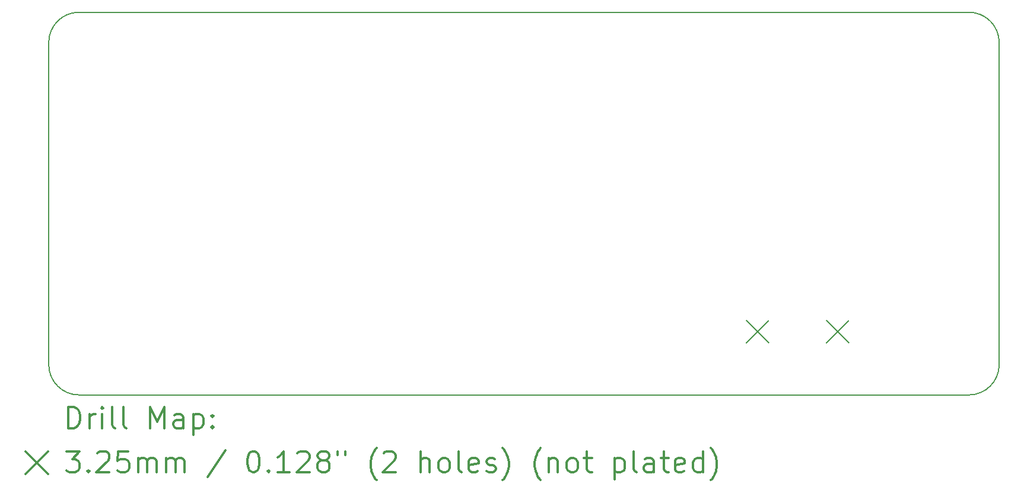
<source format=gbr>
%FSLAX45Y45*%
G04 Gerber Fmt 4.5, Leading zero omitted, Abs format (unit mm)*
G04 Created by KiCad (PCBNEW (5.1.2)-1) date 2019-05-26 17:54:33*
%MOMM*%
%LPD*%
G04 APERTURE LIST*
%ADD10C,0.150000*%
%ADD11C,0.200000*%
%ADD12C,0.300000*%
G04 APERTURE END LIST*
D10*
X6299200Y-8255000D02*
G75*
G02X5867400Y-7823200I0J431800D01*
G01*
X5867400Y-3225800D02*
G75*
G02X6299200Y-2794000I431800J0D01*
G01*
X18999200Y-2794000D02*
G75*
G02X19431000Y-3225800I0J-431800D01*
G01*
X19431000Y-7823200D02*
G75*
G02X18999200Y-8255000I-431800J0D01*
G01*
X6299200Y-2794000D02*
X18999200Y-2794000D01*
X5867400Y-3225800D02*
X5867400Y-7823200D01*
X6299200Y-8255000D02*
X18999200Y-8255000D01*
X19431000Y-3225800D02*
X19431000Y-7823200D01*
D11*
X15821720Y-7188530D02*
X16146720Y-7513530D01*
X16146720Y-7188530D02*
X15821720Y-7513530D01*
X16964720Y-7188530D02*
X17289720Y-7513530D01*
X17289720Y-7188530D02*
X16964720Y-7513530D01*
D12*
X6146328Y-8728214D02*
X6146328Y-8428214D01*
X6217757Y-8428214D01*
X6260614Y-8442500D01*
X6289186Y-8471072D01*
X6303471Y-8499643D01*
X6317757Y-8556786D01*
X6317757Y-8599643D01*
X6303471Y-8656786D01*
X6289186Y-8685357D01*
X6260614Y-8713929D01*
X6217757Y-8728214D01*
X6146328Y-8728214D01*
X6446328Y-8728214D02*
X6446328Y-8528214D01*
X6446328Y-8585357D02*
X6460614Y-8556786D01*
X6474900Y-8542500D01*
X6503471Y-8528214D01*
X6532043Y-8528214D01*
X6632043Y-8728214D02*
X6632043Y-8528214D01*
X6632043Y-8428214D02*
X6617757Y-8442500D01*
X6632043Y-8456786D01*
X6646328Y-8442500D01*
X6632043Y-8428214D01*
X6632043Y-8456786D01*
X6817757Y-8728214D02*
X6789186Y-8713929D01*
X6774900Y-8685357D01*
X6774900Y-8428214D01*
X6974900Y-8728214D02*
X6946328Y-8713929D01*
X6932043Y-8685357D01*
X6932043Y-8428214D01*
X7317757Y-8728214D02*
X7317757Y-8428214D01*
X7417757Y-8642500D01*
X7517757Y-8428214D01*
X7517757Y-8728214D01*
X7789186Y-8728214D02*
X7789186Y-8571072D01*
X7774900Y-8542500D01*
X7746328Y-8528214D01*
X7689186Y-8528214D01*
X7660614Y-8542500D01*
X7789186Y-8713929D02*
X7760614Y-8728214D01*
X7689186Y-8728214D01*
X7660614Y-8713929D01*
X7646328Y-8685357D01*
X7646328Y-8656786D01*
X7660614Y-8628214D01*
X7689186Y-8613929D01*
X7760614Y-8613929D01*
X7789186Y-8599643D01*
X7932043Y-8528214D02*
X7932043Y-8828214D01*
X7932043Y-8542500D02*
X7960614Y-8528214D01*
X8017757Y-8528214D01*
X8046328Y-8542500D01*
X8060614Y-8556786D01*
X8074900Y-8585357D01*
X8074900Y-8671072D01*
X8060614Y-8699643D01*
X8046328Y-8713929D01*
X8017757Y-8728214D01*
X7960614Y-8728214D01*
X7932043Y-8713929D01*
X8203471Y-8699643D02*
X8217757Y-8713929D01*
X8203471Y-8728214D01*
X8189186Y-8713929D01*
X8203471Y-8699643D01*
X8203471Y-8728214D01*
X8203471Y-8542500D02*
X8217757Y-8556786D01*
X8203471Y-8571072D01*
X8189186Y-8556786D01*
X8203471Y-8542500D01*
X8203471Y-8571072D01*
X5534900Y-9060000D02*
X5859900Y-9385000D01*
X5859900Y-9060000D02*
X5534900Y-9385000D01*
X6117757Y-9058214D02*
X6303471Y-9058214D01*
X6203471Y-9172500D01*
X6246328Y-9172500D01*
X6274900Y-9186786D01*
X6289186Y-9201072D01*
X6303471Y-9229643D01*
X6303471Y-9301072D01*
X6289186Y-9329643D01*
X6274900Y-9343929D01*
X6246328Y-9358214D01*
X6160614Y-9358214D01*
X6132043Y-9343929D01*
X6117757Y-9329643D01*
X6432043Y-9329643D02*
X6446328Y-9343929D01*
X6432043Y-9358214D01*
X6417757Y-9343929D01*
X6432043Y-9329643D01*
X6432043Y-9358214D01*
X6560614Y-9086786D02*
X6574900Y-9072500D01*
X6603471Y-9058214D01*
X6674900Y-9058214D01*
X6703471Y-9072500D01*
X6717757Y-9086786D01*
X6732043Y-9115357D01*
X6732043Y-9143929D01*
X6717757Y-9186786D01*
X6546328Y-9358214D01*
X6732043Y-9358214D01*
X7003471Y-9058214D02*
X6860614Y-9058214D01*
X6846328Y-9201072D01*
X6860614Y-9186786D01*
X6889186Y-9172500D01*
X6960614Y-9172500D01*
X6989186Y-9186786D01*
X7003471Y-9201072D01*
X7017757Y-9229643D01*
X7017757Y-9301072D01*
X7003471Y-9329643D01*
X6989186Y-9343929D01*
X6960614Y-9358214D01*
X6889186Y-9358214D01*
X6860614Y-9343929D01*
X6846328Y-9329643D01*
X7146328Y-9358214D02*
X7146328Y-9158214D01*
X7146328Y-9186786D02*
X7160614Y-9172500D01*
X7189186Y-9158214D01*
X7232043Y-9158214D01*
X7260614Y-9172500D01*
X7274900Y-9201072D01*
X7274900Y-9358214D01*
X7274900Y-9201072D02*
X7289186Y-9172500D01*
X7317757Y-9158214D01*
X7360614Y-9158214D01*
X7389186Y-9172500D01*
X7403471Y-9201072D01*
X7403471Y-9358214D01*
X7546328Y-9358214D02*
X7546328Y-9158214D01*
X7546328Y-9186786D02*
X7560614Y-9172500D01*
X7589186Y-9158214D01*
X7632043Y-9158214D01*
X7660614Y-9172500D01*
X7674900Y-9201072D01*
X7674900Y-9358214D01*
X7674900Y-9201072D02*
X7689186Y-9172500D01*
X7717757Y-9158214D01*
X7760614Y-9158214D01*
X7789186Y-9172500D01*
X7803471Y-9201072D01*
X7803471Y-9358214D01*
X8389186Y-9043929D02*
X8132043Y-9429643D01*
X8774900Y-9058214D02*
X8803471Y-9058214D01*
X8832043Y-9072500D01*
X8846328Y-9086786D01*
X8860614Y-9115357D01*
X8874900Y-9172500D01*
X8874900Y-9243929D01*
X8860614Y-9301072D01*
X8846328Y-9329643D01*
X8832043Y-9343929D01*
X8803471Y-9358214D01*
X8774900Y-9358214D01*
X8746328Y-9343929D01*
X8732043Y-9329643D01*
X8717757Y-9301072D01*
X8703471Y-9243929D01*
X8703471Y-9172500D01*
X8717757Y-9115357D01*
X8732043Y-9086786D01*
X8746328Y-9072500D01*
X8774900Y-9058214D01*
X9003471Y-9329643D02*
X9017757Y-9343929D01*
X9003471Y-9358214D01*
X8989186Y-9343929D01*
X9003471Y-9329643D01*
X9003471Y-9358214D01*
X9303471Y-9358214D02*
X9132043Y-9358214D01*
X9217757Y-9358214D02*
X9217757Y-9058214D01*
X9189186Y-9101072D01*
X9160614Y-9129643D01*
X9132043Y-9143929D01*
X9417757Y-9086786D02*
X9432043Y-9072500D01*
X9460614Y-9058214D01*
X9532043Y-9058214D01*
X9560614Y-9072500D01*
X9574900Y-9086786D01*
X9589186Y-9115357D01*
X9589186Y-9143929D01*
X9574900Y-9186786D01*
X9403471Y-9358214D01*
X9589186Y-9358214D01*
X9760614Y-9186786D02*
X9732043Y-9172500D01*
X9717757Y-9158214D01*
X9703471Y-9129643D01*
X9703471Y-9115357D01*
X9717757Y-9086786D01*
X9732043Y-9072500D01*
X9760614Y-9058214D01*
X9817757Y-9058214D01*
X9846328Y-9072500D01*
X9860614Y-9086786D01*
X9874900Y-9115357D01*
X9874900Y-9129643D01*
X9860614Y-9158214D01*
X9846328Y-9172500D01*
X9817757Y-9186786D01*
X9760614Y-9186786D01*
X9732043Y-9201072D01*
X9717757Y-9215357D01*
X9703471Y-9243929D01*
X9703471Y-9301072D01*
X9717757Y-9329643D01*
X9732043Y-9343929D01*
X9760614Y-9358214D01*
X9817757Y-9358214D01*
X9846328Y-9343929D01*
X9860614Y-9329643D01*
X9874900Y-9301072D01*
X9874900Y-9243929D01*
X9860614Y-9215357D01*
X9846328Y-9201072D01*
X9817757Y-9186786D01*
X9989186Y-9058214D02*
X9989186Y-9115357D01*
X10103471Y-9058214D02*
X10103471Y-9115357D01*
X10546328Y-9472500D02*
X10532043Y-9458214D01*
X10503471Y-9415357D01*
X10489186Y-9386786D01*
X10474900Y-9343929D01*
X10460614Y-9272500D01*
X10460614Y-9215357D01*
X10474900Y-9143929D01*
X10489186Y-9101072D01*
X10503471Y-9072500D01*
X10532043Y-9029643D01*
X10546328Y-9015357D01*
X10646328Y-9086786D02*
X10660614Y-9072500D01*
X10689186Y-9058214D01*
X10760614Y-9058214D01*
X10789186Y-9072500D01*
X10803471Y-9086786D01*
X10817757Y-9115357D01*
X10817757Y-9143929D01*
X10803471Y-9186786D01*
X10632043Y-9358214D01*
X10817757Y-9358214D01*
X11174900Y-9358214D02*
X11174900Y-9058214D01*
X11303471Y-9358214D02*
X11303471Y-9201072D01*
X11289186Y-9172500D01*
X11260614Y-9158214D01*
X11217757Y-9158214D01*
X11189186Y-9172500D01*
X11174900Y-9186786D01*
X11489186Y-9358214D02*
X11460614Y-9343929D01*
X11446328Y-9329643D01*
X11432043Y-9301072D01*
X11432043Y-9215357D01*
X11446328Y-9186786D01*
X11460614Y-9172500D01*
X11489186Y-9158214D01*
X11532043Y-9158214D01*
X11560614Y-9172500D01*
X11574900Y-9186786D01*
X11589186Y-9215357D01*
X11589186Y-9301072D01*
X11574900Y-9329643D01*
X11560614Y-9343929D01*
X11532043Y-9358214D01*
X11489186Y-9358214D01*
X11760614Y-9358214D02*
X11732043Y-9343929D01*
X11717757Y-9315357D01*
X11717757Y-9058214D01*
X11989186Y-9343929D02*
X11960614Y-9358214D01*
X11903471Y-9358214D01*
X11874900Y-9343929D01*
X11860614Y-9315357D01*
X11860614Y-9201072D01*
X11874900Y-9172500D01*
X11903471Y-9158214D01*
X11960614Y-9158214D01*
X11989186Y-9172500D01*
X12003471Y-9201072D01*
X12003471Y-9229643D01*
X11860614Y-9258214D01*
X12117757Y-9343929D02*
X12146328Y-9358214D01*
X12203471Y-9358214D01*
X12232043Y-9343929D01*
X12246328Y-9315357D01*
X12246328Y-9301072D01*
X12232043Y-9272500D01*
X12203471Y-9258214D01*
X12160614Y-9258214D01*
X12132043Y-9243929D01*
X12117757Y-9215357D01*
X12117757Y-9201072D01*
X12132043Y-9172500D01*
X12160614Y-9158214D01*
X12203471Y-9158214D01*
X12232043Y-9172500D01*
X12346328Y-9472500D02*
X12360614Y-9458214D01*
X12389186Y-9415357D01*
X12403471Y-9386786D01*
X12417757Y-9343929D01*
X12432043Y-9272500D01*
X12432043Y-9215357D01*
X12417757Y-9143929D01*
X12403471Y-9101072D01*
X12389186Y-9072500D01*
X12360614Y-9029643D01*
X12346328Y-9015357D01*
X12889186Y-9472500D02*
X12874900Y-9458214D01*
X12846328Y-9415357D01*
X12832043Y-9386786D01*
X12817757Y-9343929D01*
X12803471Y-9272500D01*
X12803471Y-9215357D01*
X12817757Y-9143929D01*
X12832043Y-9101072D01*
X12846328Y-9072500D01*
X12874900Y-9029643D01*
X12889186Y-9015357D01*
X13003471Y-9158214D02*
X13003471Y-9358214D01*
X13003471Y-9186786D02*
X13017757Y-9172500D01*
X13046328Y-9158214D01*
X13089186Y-9158214D01*
X13117757Y-9172500D01*
X13132043Y-9201072D01*
X13132043Y-9358214D01*
X13317757Y-9358214D02*
X13289186Y-9343929D01*
X13274900Y-9329643D01*
X13260614Y-9301072D01*
X13260614Y-9215357D01*
X13274900Y-9186786D01*
X13289186Y-9172500D01*
X13317757Y-9158214D01*
X13360614Y-9158214D01*
X13389186Y-9172500D01*
X13403471Y-9186786D01*
X13417757Y-9215357D01*
X13417757Y-9301072D01*
X13403471Y-9329643D01*
X13389186Y-9343929D01*
X13360614Y-9358214D01*
X13317757Y-9358214D01*
X13503471Y-9158214D02*
X13617757Y-9158214D01*
X13546328Y-9058214D02*
X13546328Y-9315357D01*
X13560614Y-9343929D01*
X13589186Y-9358214D01*
X13617757Y-9358214D01*
X13946328Y-9158214D02*
X13946328Y-9458214D01*
X13946328Y-9172500D02*
X13974900Y-9158214D01*
X14032043Y-9158214D01*
X14060614Y-9172500D01*
X14074900Y-9186786D01*
X14089186Y-9215357D01*
X14089186Y-9301072D01*
X14074900Y-9329643D01*
X14060614Y-9343929D01*
X14032043Y-9358214D01*
X13974900Y-9358214D01*
X13946328Y-9343929D01*
X14260614Y-9358214D02*
X14232043Y-9343929D01*
X14217757Y-9315357D01*
X14217757Y-9058214D01*
X14503471Y-9358214D02*
X14503471Y-9201072D01*
X14489186Y-9172500D01*
X14460614Y-9158214D01*
X14403471Y-9158214D01*
X14374900Y-9172500D01*
X14503471Y-9343929D02*
X14474900Y-9358214D01*
X14403471Y-9358214D01*
X14374900Y-9343929D01*
X14360614Y-9315357D01*
X14360614Y-9286786D01*
X14374900Y-9258214D01*
X14403471Y-9243929D01*
X14474900Y-9243929D01*
X14503471Y-9229643D01*
X14603471Y-9158214D02*
X14717757Y-9158214D01*
X14646328Y-9058214D02*
X14646328Y-9315357D01*
X14660614Y-9343929D01*
X14689186Y-9358214D01*
X14717757Y-9358214D01*
X14932043Y-9343929D02*
X14903471Y-9358214D01*
X14846328Y-9358214D01*
X14817757Y-9343929D01*
X14803471Y-9315357D01*
X14803471Y-9201072D01*
X14817757Y-9172500D01*
X14846328Y-9158214D01*
X14903471Y-9158214D01*
X14932043Y-9172500D01*
X14946328Y-9201072D01*
X14946328Y-9229643D01*
X14803471Y-9258214D01*
X15203471Y-9358214D02*
X15203471Y-9058214D01*
X15203471Y-9343929D02*
X15174900Y-9358214D01*
X15117757Y-9358214D01*
X15089186Y-9343929D01*
X15074900Y-9329643D01*
X15060614Y-9301072D01*
X15060614Y-9215357D01*
X15074900Y-9186786D01*
X15089186Y-9172500D01*
X15117757Y-9158214D01*
X15174900Y-9158214D01*
X15203471Y-9172500D01*
X15317757Y-9472500D02*
X15332043Y-9458214D01*
X15360614Y-9415357D01*
X15374900Y-9386786D01*
X15389186Y-9343929D01*
X15403471Y-9272500D01*
X15403471Y-9215357D01*
X15389186Y-9143929D01*
X15374900Y-9101072D01*
X15360614Y-9072500D01*
X15332043Y-9029643D01*
X15317757Y-9015357D01*
M02*

</source>
